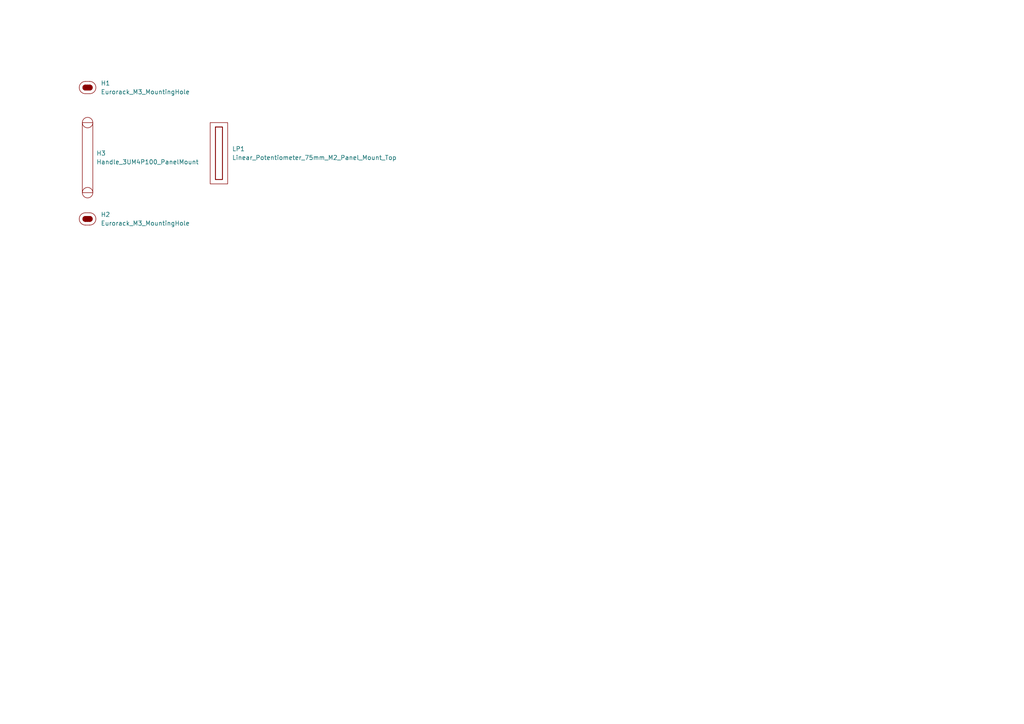
<source format=kicad_sch>
(kicad_sch (version 20250114) (generator "eeschema") (generator_version "9.0")
  (paper "A4")
  (lib_symbols
    (symbol "EXC:Eurorack_M3_MountingHole" (pin_names (offset 1.016))
      (property "Reference" "H" (at 0 5.08 0))
      (property "Value" "Eurorack_M3_MountingHole" (at 0 3.175 0))
      (symbol "Eurorack_M3_MountingHole_0_1"
        (polyline (pts (xy -0.635 0.762) (xy 0.635 0.762)))
        (circle (center -0.635 0) (radius 0.762) (fill (type outline)))
        (arc (start -0.635 -0.762) (mid -1.397 0) (end -0.635 0.762))
        (arc (start -0.635 -1.778) (mid -2.413 0) (end -0.635 1.778))
        (polyline (pts (xy -0.635 -0.762) (xy 0.635 -0.762)))
        (polyline (pts (xy -0.635 -1.778) (xy 0.635 -1.778)))
        (circle (center 0 0) (radius 0.762) (fill (type outline)))
        (polyline (pts (xy 0.635 1.778) (xy -0.635 1.778)))
        (arc (start 0.6141 1.778) (mid 2.4131 0) (end 0.6141 -1.778))
        (arc (start 0.6227 0.762) (mid 1.3971 0) (end 0.6227 -0.762))
        (circle (center 0.635 0) (radius 0.762) (fill (type outline)))
      )
    )
    (symbol "EXC:Handle_3UM4P100_A"
      (property "Reference" "H" (at 0 -2.794 0))
      (property "Value" "Handle_3UM4P100_PanelMount" (at 0.254 -25.146 0))
      (symbol "Handle_3UM4P100_A_0_1"
        (rectangle (start -1.524 0) (end 1.524 -20.32))
        (circle (center 0 0) (radius 1.524))
        (circle (center 0 -20.32) (radius 1.524))
      )
    )
    (symbol "EXC:Linear_Potentiometer_75mm_M2_Panel_Mount_Top" (pin_numbers (hide yes)) (pin_names (offset 0))
      (property "Reference" "LP" (at 0 10.668 0))
      (property "Value" "Linear_Potentiometer_75mm_M2_Panel_Mount_Top" (at -0.254 -11.176 0))
      (symbol "Linear_Potentiometer_75mm_M2_Panel_Mount_Top_0_1"
        (rectangle (start -2.54 8.89) (end 2.54 -8.89))
        (rectangle (start -1.016 7.62) (end 1.016 -7.62) (stroke (width 0.254)))
      )
    )
  )
  (symbol (lib_id "EXC:Eurorack_M3_MountingHole") (at 25.4 25.4 0) (unit 1)
    (property "Reference" "H1" (at 29.21 24.1299 0) (effects (justify left)))
    (property "Value" "Eurorack_M3_MountingHole" (at 29.21 26.6699 0) (effects (justify left)))
    (property "Footprint" "EXC:MountingHole_3.2mm_M3" (effects (hide yes)))
    (property "Description" "Mounting Hole without connection" (effects (hide yes)))
  )
  (symbol (lib_id "EXC:Handle_3UM4P100_A") (at 25.4 35.56 0) (unit 1)
    (property "Reference" "H3" (at 27.94 44.4499 0) (effects (justify left)))
    (property "Value" "Handle_3UM4P100_PanelMount" (at 27.94 46.9899 0) (effects (justify left)))
    (property "Footprint" "EXC:Handle_3UM4P100_A" (effects (hide yes)))
    (property "Datasheet" "https://ae-pic-a1.aliexpress-media.com/kf/Sad31a7a115c54e08a124ccf5d0f4e5e8r.jpg_960x960q75.jpg" (effects (hide yes)))
    (property "Description" "The part of the 100mm handle that has the holes for the mounting screws" (effects (hide yes)))
    (property "Source" "https://www.aliexpress.com/item/1005007166949940.html" (effects (hide yes)))
  )
  (symbol (lib_id "EXC:Eurorack_M3_MountingHole") (at 25.4 63.5 0) (unit 1)
    (property "Reference" "H2" (at 29.21 62.2299 0) (effects (justify left)))
    (property "Value" "Eurorack_M3_MountingHole" (at 29.21 64.7699 0) (effects (justify left)))
    (property "Footprint" "EXC:MountingHole_3.2mm_M3" (effects (hide yes)))
    (property "Description" "Mounting Hole without connection" (effects (hide yes)))
  )
  (symbol (lib_id "EXC:Linear_Potentiometer_75mm_M2_Panel_Mount_Top") (at 63.5 44.45 0) (unit 1)
    (property "Reference" "LP1" (at 67.31 43.1799 0) (effects (justify left)))
    (property "Value" "Linear_Potentiometer_75mm_M2_Panel_Mount_Top" (at 67.31 45.7199 0) (effects (justify left)))
    (property "Footprint" "EXC:Linear_Potentiometer_75mm_M2_Panel_Mount_Top" (effects (hide yes)))
    (property "Datasheet" "https://cdn-shop.adafruit.com/product-files/4219/4219_C11375.pdf" (effects (hide yes)))
    (property "Description" "Slide Potentiometer with Knob - 75mm Long - 10KΩ. Panel-mounted with 2x M2 screws, 71mm apart." (effects (hide yes)))
    (property "Source" "https://www.adafruit.com/product/4219" (effects (hide yes)))
  )
)
</source>
